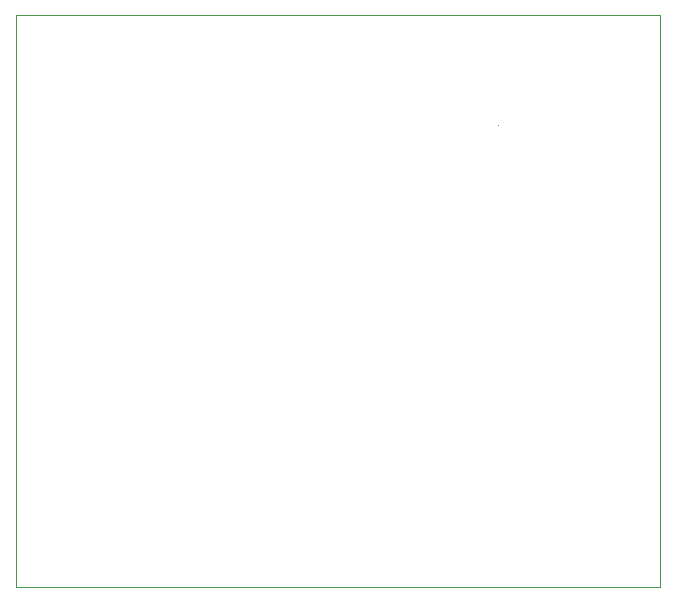
<source format=gbr>
%TF.GenerationSoftware,KiCad,Pcbnew,(5.1.12)-1*%
%TF.CreationDate,2023-10-03T16:06:22+02:00*%
%TF.ProjectId,PICO-AT,5049434f-2d41-4542-9e6b-696361645f70,rev?*%
%TF.SameCoordinates,Original*%
%TF.FileFunction,Profile,NP*%
%FSLAX46Y46*%
G04 Gerber Fmt 4.6, Leading zero omitted, Abs format (unit mm)*
G04 Created by KiCad (PCBNEW (5.1.12)-1) date 2023-10-03 16:06:22*
%MOMM*%
%LPD*%
G01*
G04 APERTURE LIST*
%TA.AperFunction,Profile*%
%ADD10C,0.050000*%
%TD*%
G04 APERTURE END LIST*
D10*
X121500000Y-73500000D02*
X121500000Y-122000000D01*
X176000000Y-73500000D02*
X121500000Y-73500000D01*
X162244000Y-82868000D02*
X162244000Y-82868000D01*
X176022000Y-122000000D02*
X176000000Y-73500000D01*
X121500000Y-122000000D02*
X176022000Y-122000000D01*
M02*

</source>
